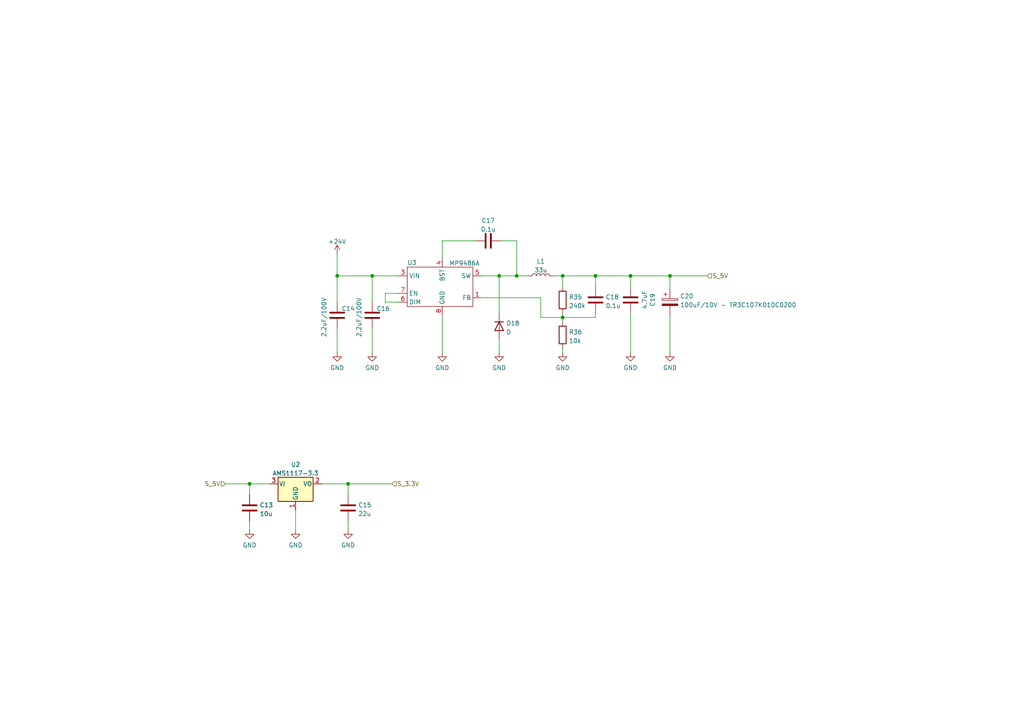
<source format=kicad_sch>
(kicad_sch (version 20211123) (generator eeschema)
  (paper "A4")
  (title_block (title "FloatPUMP Schematics") (date "2022-11-11") (rev "1.0") (company "robtor.de") (comment 1 "Controller board for up to 3 water pumps") (comment 2 "measuring capabilities with piezoresistive pressure sensors") (comment 3 "sensor input Range 4mA-20mA"))
  (lib_symbols
    (symbol "Device:C" (pin_numbers hide) (pin_names (offset 0.254))
      (property "Reference" "C" (at 0.635 2.54 0))
      (property "Value" "C" (at 0.635 -2.54 0))
      (symbol "C_0_1"
        (polyline (pts (xy -2.032 -0.762) (xy 2.032 -0.762)) (stroke (width 0.508)))
        (polyline (pts (xy -2.032 0.762) (xy 2.032 0.762)) (stroke (width 0.508)))
      )
      (symbol "C_1_1"
        (pin passive line (at 0 3.81 270) (length 2.794) (name "~") (number "1"))
        (pin passive line (at 0 -3.81 90) (length 2.794) (name "~") (number "2"))
      )
    )
    (symbol "Device:C_Polarized" (pin_numbers hide) (pin_names (offset 0.254))
      (property "Reference" "C" (at 0.635 2.54 0))
      (property "Value" "C_Polarized" (at 0.635 -2.54 0))
      (symbol "C_Polarized_0_1"
        (rectangle (start -2.286 0.508) (end 2.286 1.016))
        (polyline (pts (xy -1.778 2.286) (xy -0.762 2.286)))
        (polyline (pts (xy -1.27 2.794) (xy -1.27 1.778)))
        (rectangle (start 2.286 -0.508) (end -2.286 -1.016) (fill (type outline)))
      )
      (symbol "C_Polarized_1_1"
        (pin passive line (at 0 3.81 270) (length 2.794) (name "~") (number "1"))
        (pin passive line (at 0 -3.81 90) (length 2.794) (name "~") (number "2"))
      )
    )
    (symbol "Device:D" (pin_numbers hide) (pin_names (offset 1.016) hide)
      (property "Reference" "D" (at 0 2.54 0))
      (property "Value" "D" (at 0 -2.54 0))
      (symbol "D_0_1"
        (polyline (pts (xy -1.27 1.27) (xy -1.27 -1.27)) (stroke (width 0.254)))
        (polyline (pts (xy 1.27 0) (xy -1.27 0)))
        (polyline (pts (xy 1.27 1.27) (xy 1.27 -1.27) (xy -1.27 0) (xy 1.27 1.27)) (stroke (width 0.254)))
      )
      (symbol "D_1_1"
        (pin passive line (at -3.81 0 0) (length 2.54) (name "K") (number "1"))
        (pin passive line (at 3.81 0 180) (length 2.54) (name "A") (number "2"))
      )
    )
    (symbol "Device:L" (pin_numbers hide) (pin_names (offset 1.016) hide)
      (property "Reference" "L" (at -1.27 0 90))
      (property "Value" "L" (at 1.905 0 90))
      (symbol "L_0_1"
        (arc (start 0 -2.54) (mid 0.635 -1.905) (end 0 -1.27))
        (arc (start 0 -1.27) (mid 0.635 -0.635) (end 0 0))
        (arc (start 0 0) (mid 0.635 0.635) (end 0 1.27))
        (arc (start 0 1.27) (mid 0.635 1.905) (end 0 2.54))
      )
      (symbol "L_1_1"
        (pin passive line (at 0 3.81 270) (length 1.27) (name "1") (number "1"))
        (pin passive line (at 0 -3.81 90) (length 1.27) (name "2") (number "2"))
      )
    )
    (symbol "Device:R" (pin_numbers hide) (pin_names (offset 0))
      (property "Reference" "R" (at 2.032 0 90))
      (property "Value" "R" (at 0 0 90))
      (symbol "R_0_1"
        (rectangle (start -1.016 -2.54) (end 1.016 2.54) (stroke (width 0.254)))
      )
      (symbol "R_1_1"
        (pin passive line (at 0 3.81 270) (length 1.27) (name "~") (number "1"))
        (pin passive line (at 0 -3.81 90) (length 1.27) (name "~") (number "2"))
      )
    )
    (symbol "Regulator_Linear:AMS1117-3.3" (pin_names (offset 0.254))
      (property "Reference" "U" (at -3.81 3.175 0))
      (property "Value" "AMS1117-3.3" (at 0 3.175 0))
      (symbol "AMS1117-3.3_0_1"
        (rectangle (start -5.08 -5.08) (end 5.08 1.905) (stroke (width 0.254)) (fill (type background)))
      )
      (symbol "AMS1117-3.3_1_1"
        (pin power_in line (at 0 -7.62 90) (length 2.54) (name "GND") (number "1"))
        (pin power_out line (at 7.62 0 180) (length 2.54) (name "VO") (number "2"))
        (pin power_in line (at -7.62 0 0) (length 2.54) (name "VI") (number "3"))
      )
    )
    (symbol "custom_parts:MP9486A"
      (property "Reference" "U" (at -3.81 7.62 0))
      (property "Value" "MP9486A" (at 3.81 1.27 0))
      (symbol "MP9486A_0_1"
        (rectangle (start -5.08 6.35) (end 13.97 -5.08) (stroke (width 0.1524)))
      )
      (symbol "MP9486A_1_1"
        (pin input line (at 16.51 -2.54 180) (length 2.54) (name "FB") (number "1"))
        (pin power_in line (at -7.62 3.81 0) (length 2.54) (name "VIN") (number "3"))
        (pin bidirectional line (at 5.08 8.89 270) (length 2.54) (name "BST") (number "4"))
        (pin power_out line (at 16.51 3.81 180) (length 2.54) (name "SW") (number "5"))
        (pin input line (at -7.62 -3.81 0) (length 2.54) (name "DIM") (number "6"))
        (pin input line (at -7.62 -1.27 0) (length 2.54) (name "EN") (number "7"))
        (pin power_out line (at 5.08 -7.62 90) (length 2.54) (name "GND") (number "8"))
      )
    )
    (symbol "power:+24V" (power) (pin_names (offset 0))
      (property "Value" "+24V" (at 0 3.556 0))
      (symbol "+24V_0_1"
        (polyline (pts (xy -0.762 1.27) (xy 0 2.54)))
        (polyline (pts (xy 0 0) (xy 0 2.54)))
        (polyline (pts (xy 0 2.54) (xy 0.762 1.27)))
      )
      (symbol "+24V_1_1"
        (pin power_in line (at 0 0 90) (length 0) hide (name "+24V") (number "1"))
      )
    )
    (symbol "power:GND" (power) (pin_names (offset 0))
      (property "Value" "GND" (at 0 -3.81 0))
      (symbol "GND_0_1"
        (polyline (pts (xy 0 0) (xy 0 -1.27) (xy 1.27 -1.27) (xy 0 -2.54) (xy -1.27 -1.27) (xy 0 -1.27)))
      )
      (symbol "GND_1_1"
        (pin power_in line (at 0 0 270) (length 0) hide (name "GND") (number "1"))
      )
    )
  )
  (junction (at 163.195 80.01))
  (junction (at 107.95 80.01))
  (junction (at 172.72 80.01))
  (junction (at 97.79 80.01))
  (junction (at 144.78 80.01))
  (junction (at 72.39 140.335))
  (junction (at 163.195 92.075))
  (junction (at 182.88 80.01))
  (junction (at 194.31 80.01))
  (junction (at 100.965 140.335))
  (junction (at 149.86 80.01))
  (wire (pts (xy 163.195 92.075) (xy 163.195 93.345)))
  (wire (pts (xy 172.72 92.075) (xy 163.195 92.075)))
  (wire (pts (xy 128.27 69.85) (xy 128.27 74.93)))
  (wire (pts (xy 111.76 87.63) (xy 111.76 85.09)))
  (wire (pts (xy 145.415 69.85) (xy 149.86 69.85)))
  (wire (pts (xy 100.965 143.51) (xy 100.965 140.335)))
  (wire (pts (xy 111.76 85.09) (xy 115.57 85.09)))
  (wire (pts (xy 172.72 90.805) (xy 172.72 92.075)))
  (wire (pts (xy 107.95 80.01) (xy 115.57 80.01)))
  (wire (pts (xy 97.79 73.66) (xy 97.79 80.01)))
  (wire (pts (xy 149.86 69.85) (xy 149.86 80.01)))
  (wire (pts (xy 163.195 80.01) (xy 160.655 80.01)))
  (wire (pts (xy 93.345 140.335) (xy 100.965 140.335)))
  (wire (pts (xy 107.95 80.01) (xy 107.95 87.63)))
  (wire (pts (xy 144.78 98.425) (xy 144.78 102.235)))
  (wire (pts (xy 194.31 83.82) (xy 194.31 80.01)))
  (wire (pts (xy 172.72 83.185) (xy 172.72 80.01)))
  (wire (pts (xy 85.725 153.67) (xy 85.725 147.955)))
  (wire (pts (xy 100.965 151.13) (xy 100.965 153.67)))
  (wire (pts (xy 107.95 95.25) (xy 107.95 102.235)))
  (wire (pts (xy 65.405 140.335) (xy 72.39 140.335)))
  (wire (pts (xy 97.79 80.01) (xy 107.95 80.01)))
  (wire (pts (xy 194.31 80.01) (xy 205.105 80.01)))
  (wire (pts (xy 163.195 80.01) (xy 172.72 80.01)))
  (wire (pts (xy 72.39 151.13) (xy 72.39 153.67)))
  (wire (pts (xy 137.795 69.85) (xy 128.27 69.85)))
  (wire (pts (xy 182.88 90.805) (xy 182.88 102.235)))
  (wire (pts (xy 97.79 95.25) (xy 97.79 102.235)))
  (wire (pts (xy 128.27 91.44) (xy 128.27 102.235)))
  (wire (pts (xy 163.195 90.805) (xy 163.195 92.075)))
  (wire (pts (xy 163.195 100.965) (xy 163.195 102.235)))
  (wire (pts (xy 115.57 87.63) (xy 111.76 87.63)))
  (wire (pts (xy 156.845 92.075) (xy 163.195 92.075)))
  (wire (pts (xy 144.78 80.01) (xy 139.7 80.01)))
  (wire (pts (xy 97.79 80.01) (xy 97.79 87.63)))
  (wire (pts (xy 149.86 80.01) (xy 144.78 80.01)))
  (wire (pts (xy 194.31 91.44) (xy 194.31 102.235)))
  (wire (pts (xy 194.31 80.01) (xy 182.88 80.01)))
  (wire (pts (xy 139.7 86.36) (xy 156.845 86.36)))
  (wire (pts (xy 182.88 80.01) (xy 172.72 80.01)))
  (wire (pts (xy 72.39 140.335) (xy 72.39 143.51)))
  (wire (pts (xy 156.845 86.36) (xy 156.845 92.075)))
  (wire (pts (xy 144.78 90.805) (xy 144.78 80.01)))
  (wire (pts (xy 72.39 140.335) (xy 78.105 140.335)))
  (wire (pts (xy 100.965 140.335) (xy 113.665 140.335)))
  (wire (pts (xy 163.195 83.185) (xy 163.195 80.01)))
  (wire (pts (xy 182.88 83.185) (xy 182.88 80.01)))
  (wire (pts (xy 149.86 80.01) (xy 153.035 80.01)))
  (hierarchical_label "S_5V" (shape input) (at 205.105 80.01 0))
  (hierarchical_label "S_5V" (shape input) (at 65.405 140.335 180))
  (hierarchical_label "S_3.3V" (shape input) (at 113.665 140.335 0))
  (symbol (lib_id "custom_parts:MP9486A") (at 123.19 83.82 0) (unit 1)
    (property "Reference" "U3" (at 118.11 76.2 0) (effects (justify left)))
    (property "Value" "MP9486A" (at 130.2894 76.3579 0) (effects (justify left)))
    (property "Footprint" "custom_parts:MP9486A-SOIC-8" (effects hide))
    (property "Datasheet" "https://www.monolithicpower.com/pub/media/document/m/p/mp9486a_r1.0.pdf" (effects hide))
    (property "LCSC" "C404013" (effects hide))
  )
  (symbol (lib_id "Device:R") (at 163.195 97.155 0) (unit 1)
    (property "Reference" "R36" (at 164.973 96.3203 0) (effects (justify left)))
    (property "Value" "10k" (at 164.973 98.8572 0) (effects (justify left)))
    (property "Footprint" "Resistor_SMD:R_0603_1608Metric" (effects hide))
    (property "JLCPCB" "Basic" (effects hide))
    (property "LCSC" "C25804" (effects hide))
  )
  (symbol (lib_id "power:GND") (at 72.39 153.67 0) (unit 1)
    (property "Reference" "#PWR075" (effects hide))
    (property "Value" "GND" (at 72.39 158.1134 0))
  )
  (symbol (lib_id "Device:C") (at 100.965 147.32 0) (unit 1)
    (property "Reference" "C15" (at 103.886 146.4853 0) (effects (justify left)))
    (property "Value" "22u" (at 103.886 149.0222 0) (effects (justify left)))
    (property "Footprint" "Capacitor_Tantalum_SMD:CP_EIA-3216-18_Kemet-A" (effects hide))
    (property "JLCPCB" "Extended" (effects hide))
    (property "LCSC" "C129272" (effects hide))
  )
  (symbol (lib_id "power:GND") (at 182.88 102.235 0) (unit 1)
    (property "Reference" "#PWR084" (effects hide))
    (property "Value" "GND" (at 182.88 106.6784 0))
  )
  (symbol (lib_id "power:GND") (at 107.95 102.235 0) (unit 1)
    (property "Reference" "#PWR080" (effects hide))
    (property "Value" "GND" (at 107.95 106.6784 0))
  )
  (symbol (lib_id "Device:C") (at 97.79 91.44 180) (unit 1)
    (property "Reference" "C14" (at 99.06 89.535 0) (effects (justify right)))
    (property "Value" "2.2uF/100V" (at 93.98 97.79 90) (effects (justify right)))
    (property "Footprint" "Capacitor_SMD:C_1206_3216Metric" (effects hide))
    (property "Datasheet" "https://datasheet.lcsc.com/lcsc/2007130933_Samsung-Electro-Mechanics-CL31B225KCHSNNE_C170101.pdf" (effects hide))
    (property "JLCPCB" "Extended" (effects hide))
    (property "LCSC" "C170101" (effects hide))
  )
  (symbol (lib_id "Device:D") (at 144.78 94.615 270) (unit 1)
    (property "Reference" "D18" (at 146.812 93.7803 90) (effects (justify left)))
    (property "Value" "D" (at 146.812 96.3172 90) (effects (justify left)))
    (property "Footprint" "Diode_SMD:D_SMA" (effects hide))
    (property "Datasheet" "https://datasheet.lcsc.com/lcsc/1912111437_MCC-Micro-Commercial-Components-SM4002PL-TP_C151753.pdf" (effects hide))
    (property "JLCPCB" "Basic" (effects hide))
    (property "LCSC" "C95872" (effects hide))
  )
  (symbol (lib_id "power:+24V") (at 97.79 73.66 0) (unit 1)
    (property "Reference" "#PWR077" (effects hide))
    (property "Value" "+24V" (at 97.79 70.0842 0))
  )
  (symbol (lib_id "Device:C") (at 72.39 147.32 0) (unit 1)
    (property "Reference" "C13" (at 75.311 146.4853 0) (effects (justify left)))
    (property "Value" "10u" (at 75.311 149.0222 0) (effects (justify left)))
    (property "Footprint" "Capacitor_Tantalum_SMD:CP_EIA-3216-18_Kemet-A" (effects hide))
    (property "LCSC" "C7171" (effects hide))
    (property "JLCPCB" "Basic" (effects hide))
  )
  (symbol (lib_id "Device:L") (at 156.845 80.01 90) (unit 1)
    (property "Reference" "L1" (at 156.845 75.8022 90))
    (property "Value" "33u" (at 156.845 78.3391 90))
    (property "Footprint" "custom_parts:L_MS1040-330M" (effects hide))
    (property "Datasheet" "https://datasheet.lcsc.com/lcsc/1912111437_COILMX-MS1040-330M_C380056.pdf" (effects hide))
    (property "JLCPCB" "Extended" (effects hide))
    (property "LCSC" "C380056" (effects hide))
  )
  (symbol (lib_id "power:GND") (at 85.725 153.67 0) (unit 1)
    (property "Reference" "#PWR076" (effects hide))
    (property "Value" "GND" (at 85.725 158.1134 0))
  )
  (symbol (lib_id "Device:R") (at 163.195 86.995 0) (unit 1)
    (property "Reference" "R35" (at 164.973 86.1603 0) (effects (justify left)))
    (property "Value" "240k" (at 164.973 88.6972 0) (effects (justify left)))
    (property "Footprint" "Resistor_SMD:R_0603_1608Metric" (effects hide))
    (property "Datasheet" "https://datasheet.lcsc.com/lcsc/2206010230_UNI-ROYAL-Uniroyal-Elec-0603WAF2403T5E_C4197.pdf" (effects hide))
    (property "LCSC" "C4197" (effects hide))
    (property "JLCPCB" "Basic" (effects hide))
  )
  (symbol (lib_id "power:GND") (at 144.78 102.235 0) (unit 1)
    (property "Reference" "#PWR082" (effects hide))
    (property "Value" "GND" (at 144.78 106.6784 0))
  )
  (symbol (lib_id "Device:C") (at 107.95 91.44 180) (unit 1)
    (property "Reference" "C16" (at 109.22 89.535 0) (effects (justify right)))
    (property "Value" "2.2uF/100V" (at 104.14 97.79 90) (effects (justify right)))
    (property "Footprint" "Capacitor_SMD:C_1206_3216Metric" (effects hide))
    (property "Datasheet" "https://datasheet.lcsc.com/lcsc/2007130933_Samsung-Electro-Mechanics-CL31B225KCHSNNE_C170101.pdf" (effects hide))
    (property "JLCPCB" "Extended" (effects hide))
    (property "LCSC" "C170101" (effects hide))
  )
  (symbol (lib_id "power:GND") (at 128.27 102.235 0) (unit 1)
    (property "Reference" "#PWR081" (effects hide))
    (property "Value" "GND" (at 128.27 106.6784 0))
  )
  (symbol (lib_id "Device:C") (at 182.88 86.995 180) (unit 1)
    (property "Reference" "C19" (at 189.2808 86.995 90))
    (property "Value" "4.7uF" (at 186.9694 86.995 90))
    (property "Footprint" "Capacitor_SMD:C_0603_1608Metric" (effects hide))
    (property "JLCPCB" "Basic" (effects hide))
    (property "LCSC" "C19666" (effects hide))
  )
  (symbol (lib_id "power:GND") (at 97.79 102.235 0) (unit 1)
    (property "Reference" "#PWR078" (effects hide))
    (property "Value" "GND" (at 97.79 106.6784 0))
  )
  (symbol (lib_id "power:GND") (at 194.31 102.235 0) (unit 1)
    (property "Reference" "#PWR085" (effects hide))
    (property "Value" "GND" (at 194.31 106.6784 0))
  )
  (symbol (lib_id "power:GND") (at 100.965 153.67 0) (unit 1)
    (property "Reference" "#PWR079" (effects hide))
    (property "Value" "GND" (at 100.965 158.1134 0))
  )
  (symbol (lib_id "Regulator_Linear:AMS1117-3.3") (at 85.725 140.335 0) (unit 1)
    (property "Reference" "U2" (at 85.725 134.7302 0))
    (property "Value" "AMS1117-3.3" (at 85.725 137.2671 0))
    (property "Footprint" "Package_TO_SOT_SMD:SOT-223-3_TabPin2" (effects hide))
    (property "Datasheet" "https://datasheet.lcsc.com/lcsc/2110121330_YONGYUTAI-AMS1117-3-3_C2904742.pdf" (effects hide))
    (property "LCSC" "C2904742" (effects hide))
  )
  (symbol (lib_id "Device:C_Polarized") (at 194.31 87.63 0) (unit 1)
    (property "Reference" "C20" (at 197.231 85.9063 0) (effects (justify left)))
    (property "Value" "100uF/10V - TR3C107K010C0200" (at 197.231 88.4432 0) (effects (justify left)))
    (property "Footprint" "Capacitor_Tantalum_SMD:CP_EIA-3528-21_Kemet-B" (effects hide))
    (property "JLCPCB" "Basic" (effects hide))
    (property "LCSC" "C16133" (effects hide))
  )
  (symbol (lib_id "Device:C") (at 172.72 86.995 180) (unit 1)
    (property "Reference" "C18" (at 175.641 86.1603 0) (effects (justify right)))
    (property "Value" "0.1u" (at 175.641 88.6972 0) (effects (justify right)))
    (property "Footprint" "Capacitor_SMD:C_0603_1608Metric" (effects hide))
    (property "Datasheet" "https://datasheet.lcsc.com/lcsc/1811092010_Samsung-Electro-Mechanics-CL10B104KA8NNNC_C1590.pdf" (effects hide))
    (property "LCSC" "C14663" (effects hide))
    (property "JLCPCB" "Basic" (effects hide))
  )
  (symbol (lib_id "Device:C") (at 141.605 69.85 90) (unit 1)
    (property "Reference" "C17" (at 141.605 63.9912 90))
    (property "Value" "0.1u" (at 141.605 66.5281 90))
    (property "Footprint" "Capacitor_SMD:C_0603_1608Metric" (effects hide))
    (property "Datasheet" "https://datasheet.lcsc.com/lcsc/1811092010_Samsung-Electro-Mechanics-CL10B104KA8NNNC_C1590.pdf" (effects hide))
    (property "LCSC" "C14663" (effects hide))
    (property "JLCPCB" "Basic" (effects hide))
  )
  (symbol (lib_id "power:GND") (at 163.195 102.235 0) (unit 1)
    (property "Reference" "#PWR083" (effects hide))
    (property "Value" "GND" (at 163.195 106.6784 0))
  )
)
</source>
